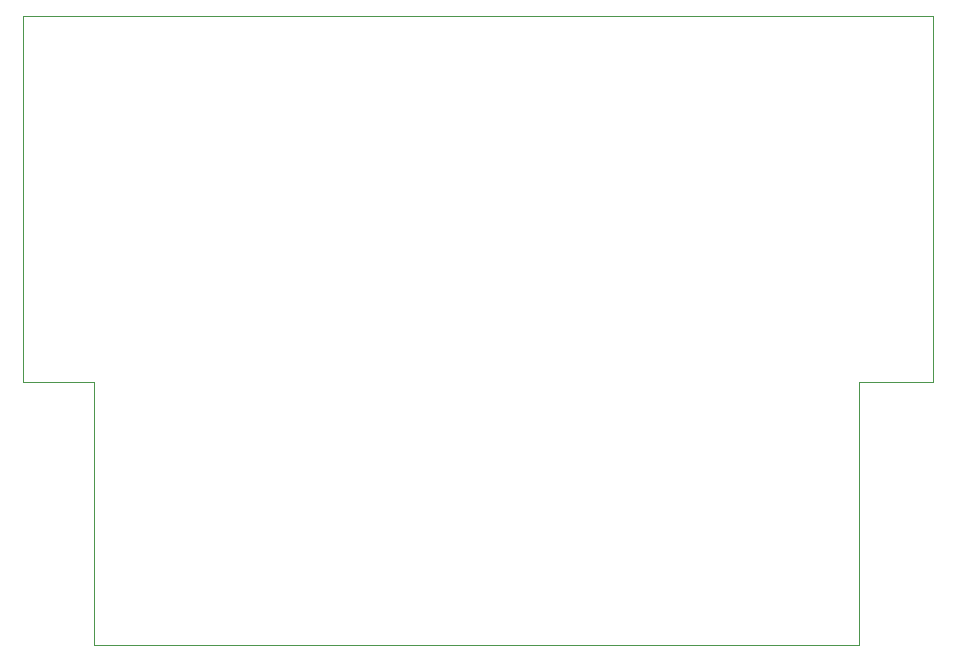
<source format=gbr>
G04 #@! TF.GenerationSoftware,KiCad,Pcbnew,(7.0.0-0)*
G04 #@! TF.CreationDate,2023-03-11T21:02:25+00:00*
G04 #@! TF.ProjectId,EXT700,45585437-3030-42e6-9b69-6361645f7063,rev?*
G04 #@! TF.SameCoordinates,Original*
G04 #@! TF.FileFunction,Profile,NP*
%FSLAX46Y46*%
G04 Gerber Fmt 4.6, Leading zero omitted, Abs format (unit mm)*
G04 Created by KiCad (PCBNEW (7.0.0-0)) date 2023-03-11 21:02:25*
%MOMM*%
%LPD*%
G01*
G04 APERTURE LIST*
G04 #@! TA.AperFunction,Profile*
%ADD10C,0.050000*%
G04 #@! TD*
G04 APERTURE END LIST*
D10*
X201000000Y-93250000D02*
X201000000Y-102000000D01*
X124000000Y-93250000D02*
X124000000Y-71000000D01*
X124000000Y-71000000D02*
X201000000Y-71000000D01*
X201000000Y-102000000D02*
X194750000Y-102000000D01*
X124000000Y-102000000D02*
X130000000Y-102000000D01*
X201000000Y-71000000D02*
X201000000Y-93250000D01*
X130000000Y-102000000D02*
X130000000Y-124250000D01*
X194750000Y-124250000D02*
X130000000Y-124250000D01*
X194750000Y-102000000D02*
X194750000Y-124250000D01*
X124000000Y-102000000D02*
X124000000Y-93250000D01*
M02*

</source>
